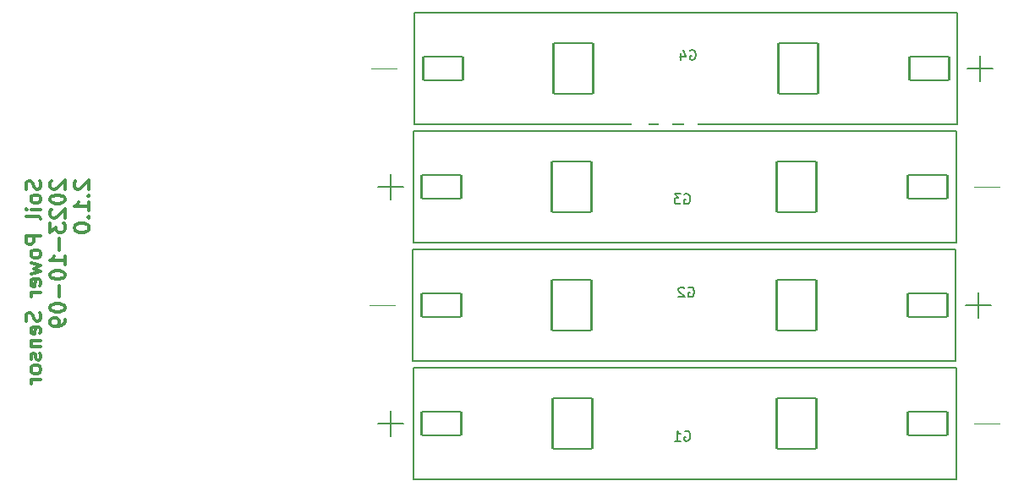
<source format=gbo>
%TF.GenerationSoftware,KiCad,Pcbnew,7.0.8*%
%TF.CreationDate,2023-10-10T13:01:54-07:00*%
%TF.ProjectId,Soil Power Sensor,536f696c-2050-46f7-9765-722053656e73,2.1.0*%
%TF.SameCoordinates,Original*%
%TF.FileFunction,Legend,Bot*%
%TF.FilePolarity,Positive*%
%FSLAX46Y46*%
G04 Gerber Fmt 4.6, Leading zero omitted, Abs format (unit mm)*
G04 Created by KiCad (PCBNEW 7.0.8) date 2023-10-10 13:01:54*
%MOMM*%
%LPD*%
G01*
G04 APERTURE LIST*
G04 Aperture macros list*
%AMRoundRect*
0 Rectangle with rounded corners*
0 $1 Rounding radius*
0 $2 $3 $4 $5 $6 $7 $8 $9 X,Y pos of 4 corners*
0 Add a 4 corners polygon primitive as box body*
4,1,4,$2,$3,$4,$5,$6,$7,$8,$9,$2,$3,0*
0 Add four circle primitives for the rounded corners*
1,1,$1+$1,$2,$3*
1,1,$1+$1,$4,$5*
1,1,$1+$1,$6,$7*
1,1,$1+$1,$8,$9*
0 Add four rect primitives between the rounded corners*
20,1,$1+$1,$2,$3,$4,$5,0*
20,1,$1+$1,$4,$5,$6,$7,0*
20,1,$1+$1,$6,$7,$8,$9,0*
20,1,$1+$1,$8,$9,$2,$3,0*%
G04 Aperture macros list end*
%ADD10C,0.300000*%
%ADD11C,0.150000*%
%ADD12C,0.152400*%
%ADD13C,0.076200*%
%ADD14R,3.000000X1.500000*%
%ADD15O,3.000000X1.500000*%
%ADD16R,1.700000X1.700000*%
%ADD17O,1.700000X1.700000*%
%ADD18R,1.500000X3.000000*%
%ADD19O,1.500000X3.000000*%
%ADD20RoundRect,0.101600X1.981200X1.168400X-1.981200X1.168400X-1.981200X-1.168400X1.981200X-1.168400X0*%
%ADD21RoundRect,0.101600X1.981200X2.540000X-1.981200X2.540000X-1.981200X-2.540000X1.981200X-2.540000X0*%
%ADD22RoundRect,0.101600X-1.981200X-1.168400X1.981200X-1.168400X1.981200X1.168400X-1.981200X1.168400X0*%
%ADD23RoundRect,0.101600X-1.981200X-2.540000X1.981200X-2.540000X1.981200X2.540000X-1.981200X2.540000X0*%
G04 APERTURE END LIST*
D10*
X142609399Y-64608081D02*
X142680827Y-64822367D01*
X142680827Y-64822367D02*
X142680827Y-65179509D01*
X142680827Y-65179509D02*
X142609399Y-65322367D01*
X142609399Y-65322367D02*
X142537970Y-65393795D01*
X142537970Y-65393795D02*
X142395113Y-65465224D01*
X142395113Y-65465224D02*
X142252256Y-65465224D01*
X142252256Y-65465224D02*
X142109399Y-65393795D01*
X142109399Y-65393795D02*
X142037970Y-65322367D01*
X142037970Y-65322367D02*
X141966541Y-65179509D01*
X141966541Y-65179509D02*
X141895113Y-64893795D01*
X141895113Y-64893795D02*
X141823684Y-64750938D01*
X141823684Y-64750938D02*
X141752256Y-64679509D01*
X141752256Y-64679509D02*
X141609399Y-64608081D01*
X141609399Y-64608081D02*
X141466541Y-64608081D01*
X141466541Y-64608081D02*
X141323684Y-64679509D01*
X141323684Y-64679509D02*
X141252256Y-64750938D01*
X141252256Y-64750938D02*
X141180827Y-64893795D01*
X141180827Y-64893795D02*
X141180827Y-65250938D01*
X141180827Y-65250938D02*
X141252256Y-65465224D01*
X142680827Y-66322366D02*
X142609399Y-66179509D01*
X142609399Y-66179509D02*
X142537970Y-66108080D01*
X142537970Y-66108080D02*
X142395113Y-66036652D01*
X142395113Y-66036652D02*
X141966541Y-66036652D01*
X141966541Y-66036652D02*
X141823684Y-66108080D01*
X141823684Y-66108080D02*
X141752256Y-66179509D01*
X141752256Y-66179509D02*
X141680827Y-66322366D01*
X141680827Y-66322366D02*
X141680827Y-66536652D01*
X141680827Y-66536652D02*
X141752256Y-66679509D01*
X141752256Y-66679509D02*
X141823684Y-66750938D01*
X141823684Y-66750938D02*
X141966541Y-66822366D01*
X141966541Y-66822366D02*
X142395113Y-66822366D01*
X142395113Y-66822366D02*
X142537970Y-66750938D01*
X142537970Y-66750938D02*
X142609399Y-66679509D01*
X142609399Y-66679509D02*
X142680827Y-66536652D01*
X142680827Y-66536652D02*
X142680827Y-66322366D01*
X142680827Y-67465223D02*
X141680827Y-67465223D01*
X141180827Y-67465223D02*
X141252256Y-67393795D01*
X141252256Y-67393795D02*
X141323684Y-67465223D01*
X141323684Y-67465223D02*
X141252256Y-67536652D01*
X141252256Y-67536652D02*
X141180827Y-67465223D01*
X141180827Y-67465223D02*
X141323684Y-67465223D01*
X142680827Y-68393795D02*
X142609399Y-68250938D01*
X142609399Y-68250938D02*
X142466541Y-68179509D01*
X142466541Y-68179509D02*
X141180827Y-68179509D01*
X142680827Y-70108080D02*
X141180827Y-70108080D01*
X141180827Y-70108080D02*
X141180827Y-70679509D01*
X141180827Y-70679509D02*
X141252256Y-70822366D01*
X141252256Y-70822366D02*
X141323684Y-70893795D01*
X141323684Y-70893795D02*
X141466541Y-70965223D01*
X141466541Y-70965223D02*
X141680827Y-70965223D01*
X141680827Y-70965223D02*
X141823684Y-70893795D01*
X141823684Y-70893795D02*
X141895113Y-70822366D01*
X141895113Y-70822366D02*
X141966541Y-70679509D01*
X141966541Y-70679509D02*
X141966541Y-70108080D01*
X142680827Y-71822366D02*
X142609399Y-71679509D01*
X142609399Y-71679509D02*
X142537970Y-71608080D01*
X142537970Y-71608080D02*
X142395113Y-71536652D01*
X142395113Y-71536652D02*
X141966541Y-71536652D01*
X141966541Y-71536652D02*
X141823684Y-71608080D01*
X141823684Y-71608080D02*
X141752256Y-71679509D01*
X141752256Y-71679509D02*
X141680827Y-71822366D01*
X141680827Y-71822366D02*
X141680827Y-72036652D01*
X141680827Y-72036652D02*
X141752256Y-72179509D01*
X141752256Y-72179509D02*
X141823684Y-72250938D01*
X141823684Y-72250938D02*
X141966541Y-72322366D01*
X141966541Y-72322366D02*
X142395113Y-72322366D01*
X142395113Y-72322366D02*
X142537970Y-72250938D01*
X142537970Y-72250938D02*
X142609399Y-72179509D01*
X142609399Y-72179509D02*
X142680827Y-72036652D01*
X142680827Y-72036652D02*
X142680827Y-71822366D01*
X141680827Y-72822366D02*
X142680827Y-73108081D01*
X142680827Y-73108081D02*
X141966541Y-73393795D01*
X141966541Y-73393795D02*
X142680827Y-73679509D01*
X142680827Y-73679509D02*
X141680827Y-73965223D01*
X142609399Y-75108081D02*
X142680827Y-74965224D01*
X142680827Y-74965224D02*
X142680827Y-74679510D01*
X142680827Y-74679510D02*
X142609399Y-74536652D01*
X142609399Y-74536652D02*
X142466541Y-74465224D01*
X142466541Y-74465224D02*
X141895113Y-74465224D01*
X141895113Y-74465224D02*
X141752256Y-74536652D01*
X141752256Y-74536652D02*
X141680827Y-74679510D01*
X141680827Y-74679510D02*
X141680827Y-74965224D01*
X141680827Y-74965224D02*
X141752256Y-75108081D01*
X141752256Y-75108081D02*
X141895113Y-75179510D01*
X141895113Y-75179510D02*
X142037970Y-75179510D01*
X142037970Y-75179510D02*
X142180827Y-74465224D01*
X142680827Y-75822366D02*
X141680827Y-75822366D01*
X141966541Y-75822366D02*
X141823684Y-75893795D01*
X141823684Y-75893795D02*
X141752256Y-75965224D01*
X141752256Y-75965224D02*
X141680827Y-76108081D01*
X141680827Y-76108081D02*
X141680827Y-76250938D01*
X142609399Y-77822366D02*
X142680827Y-78036652D01*
X142680827Y-78036652D02*
X142680827Y-78393794D01*
X142680827Y-78393794D02*
X142609399Y-78536652D01*
X142609399Y-78536652D02*
X142537970Y-78608080D01*
X142537970Y-78608080D02*
X142395113Y-78679509D01*
X142395113Y-78679509D02*
X142252256Y-78679509D01*
X142252256Y-78679509D02*
X142109399Y-78608080D01*
X142109399Y-78608080D02*
X142037970Y-78536652D01*
X142037970Y-78536652D02*
X141966541Y-78393794D01*
X141966541Y-78393794D02*
X141895113Y-78108080D01*
X141895113Y-78108080D02*
X141823684Y-77965223D01*
X141823684Y-77965223D02*
X141752256Y-77893794D01*
X141752256Y-77893794D02*
X141609399Y-77822366D01*
X141609399Y-77822366D02*
X141466541Y-77822366D01*
X141466541Y-77822366D02*
X141323684Y-77893794D01*
X141323684Y-77893794D02*
X141252256Y-77965223D01*
X141252256Y-77965223D02*
X141180827Y-78108080D01*
X141180827Y-78108080D02*
X141180827Y-78465223D01*
X141180827Y-78465223D02*
X141252256Y-78679509D01*
X142609399Y-79893794D02*
X142680827Y-79750937D01*
X142680827Y-79750937D02*
X142680827Y-79465223D01*
X142680827Y-79465223D02*
X142609399Y-79322365D01*
X142609399Y-79322365D02*
X142466541Y-79250937D01*
X142466541Y-79250937D02*
X141895113Y-79250937D01*
X141895113Y-79250937D02*
X141752256Y-79322365D01*
X141752256Y-79322365D02*
X141680827Y-79465223D01*
X141680827Y-79465223D02*
X141680827Y-79750937D01*
X141680827Y-79750937D02*
X141752256Y-79893794D01*
X141752256Y-79893794D02*
X141895113Y-79965223D01*
X141895113Y-79965223D02*
X142037970Y-79965223D01*
X142037970Y-79965223D02*
X142180827Y-79250937D01*
X141680827Y-80608079D02*
X142680827Y-80608079D01*
X141823684Y-80608079D02*
X141752256Y-80679508D01*
X141752256Y-80679508D02*
X141680827Y-80822365D01*
X141680827Y-80822365D02*
X141680827Y-81036651D01*
X141680827Y-81036651D02*
X141752256Y-81179508D01*
X141752256Y-81179508D02*
X141895113Y-81250937D01*
X141895113Y-81250937D02*
X142680827Y-81250937D01*
X142609399Y-81893794D02*
X142680827Y-82036651D01*
X142680827Y-82036651D02*
X142680827Y-82322365D01*
X142680827Y-82322365D02*
X142609399Y-82465222D01*
X142609399Y-82465222D02*
X142466541Y-82536651D01*
X142466541Y-82536651D02*
X142395113Y-82536651D01*
X142395113Y-82536651D02*
X142252256Y-82465222D01*
X142252256Y-82465222D02*
X142180827Y-82322365D01*
X142180827Y-82322365D02*
X142180827Y-82108080D01*
X142180827Y-82108080D02*
X142109399Y-81965222D01*
X142109399Y-81965222D02*
X141966541Y-81893794D01*
X141966541Y-81893794D02*
X141895113Y-81893794D01*
X141895113Y-81893794D02*
X141752256Y-81965222D01*
X141752256Y-81965222D02*
X141680827Y-82108080D01*
X141680827Y-82108080D02*
X141680827Y-82322365D01*
X141680827Y-82322365D02*
X141752256Y-82465222D01*
X142680827Y-83393794D02*
X142609399Y-83250937D01*
X142609399Y-83250937D02*
X142537970Y-83179508D01*
X142537970Y-83179508D02*
X142395113Y-83108080D01*
X142395113Y-83108080D02*
X141966541Y-83108080D01*
X141966541Y-83108080D02*
X141823684Y-83179508D01*
X141823684Y-83179508D02*
X141752256Y-83250937D01*
X141752256Y-83250937D02*
X141680827Y-83393794D01*
X141680827Y-83393794D02*
X141680827Y-83608080D01*
X141680827Y-83608080D02*
X141752256Y-83750937D01*
X141752256Y-83750937D02*
X141823684Y-83822366D01*
X141823684Y-83822366D02*
X141966541Y-83893794D01*
X141966541Y-83893794D02*
X142395113Y-83893794D01*
X142395113Y-83893794D02*
X142537970Y-83822366D01*
X142537970Y-83822366D02*
X142609399Y-83750937D01*
X142609399Y-83750937D02*
X142680827Y-83608080D01*
X142680827Y-83608080D02*
X142680827Y-83393794D01*
X142680827Y-84536651D02*
X141680827Y-84536651D01*
X141966541Y-84536651D02*
X141823684Y-84608080D01*
X141823684Y-84608080D02*
X141752256Y-84679509D01*
X141752256Y-84679509D02*
X141680827Y-84822366D01*
X141680827Y-84822366D02*
X141680827Y-84965223D01*
X143738684Y-64608081D02*
X143667256Y-64679509D01*
X143667256Y-64679509D02*
X143595827Y-64822367D01*
X143595827Y-64822367D02*
X143595827Y-65179509D01*
X143595827Y-65179509D02*
X143667256Y-65322367D01*
X143667256Y-65322367D02*
X143738684Y-65393795D01*
X143738684Y-65393795D02*
X143881541Y-65465224D01*
X143881541Y-65465224D02*
X144024399Y-65465224D01*
X144024399Y-65465224D02*
X144238684Y-65393795D01*
X144238684Y-65393795D02*
X145095827Y-64536652D01*
X145095827Y-64536652D02*
X145095827Y-65465224D01*
X143595827Y-66393795D02*
X143595827Y-66536652D01*
X143595827Y-66536652D02*
X143667256Y-66679509D01*
X143667256Y-66679509D02*
X143738684Y-66750938D01*
X143738684Y-66750938D02*
X143881541Y-66822366D01*
X143881541Y-66822366D02*
X144167256Y-66893795D01*
X144167256Y-66893795D02*
X144524399Y-66893795D01*
X144524399Y-66893795D02*
X144810113Y-66822366D01*
X144810113Y-66822366D02*
X144952970Y-66750938D01*
X144952970Y-66750938D02*
X145024399Y-66679509D01*
X145024399Y-66679509D02*
X145095827Y-66536652D01*
X145095827Y-66536652D02*
X145095827Y-66393795D01*
X145095827Y-66393795D02*
X145024399Y-66250938D01*
X145024399Y-66250938D02*
X144952970Y-66179509D01*
X144952970Y-66179509D02*
X144810113Y-66108080D01*
X144810113Y-66108080D02*
X144524399Y-66036652D01*
X144524399Y-66036652D02*
X144167256Y-66036652D01*
X144167256Y-66036652D02*
X143881541Y-66108080D01*
X143881541Y-66108080D02*
X143738684Y-66179509D01*
X143738684Y-66179509D02*
X143667256Y-66250938D01*
X143667256Y-66250938D02*
X143595827Y-66393795D01*
X143738684Y-67465223D02*
X143667256Y-67536651D01*
X143667256Y-67536651D02*
X143595827Y-67679509D01*
X143595827Y-67679509D02*
X143595827Y-68036651D01*
X143595827Y-68036651D02*
X143667256Y-68179509D01*
X143667256Y-68179509D02*
X143738684Y-68250937D01*
X143738684Y-68250937D02*
X143881541Y-68322366D01*
X143881541Y-68322366D02*
X144024399Y-68322366D01*
X144024399Y-68322366D02*
X144238684Y-68250937D01*
X144238684Y-68250937D02*
X145095827Y-67393794D01*
X145095827Y-67393794D02*
X145095827Y-68322366D01*
X143595827Y-68822365D02*
X143595827Y-69750937D01*
X143595827Y-69750937D02*
X144167256Y-69250937D01*
X144167256Y-69250937D02*
X144167256Y-69465222D01*
X144167256Y-69465222D02*
X144238684Y-69608080D01*
X144238684Y-69608080D02*
X144310113Y-69679508D01*
X144310113Y-69679508D02*
X144452970Y-69750937D01*
X144452970Y-69750937D02*
X144810113Y-69750937D01*
X144810113Y-69750937D02*
X144952970Y-69679508D01*
X144952970Y-69679508D02*
X145024399Y-69608080D01*
X145024399Y-69608080D02*
X145095827Y-69465222D01*
X145095827Y-69465222D02*
X145095827Y-69036651D01*
X145095827Y-69036651D02*
X145024399Y-68893794D01*
X145024399Y-68893794D02*
X144952970Y-68822365D01*
X144524399Y-70393793D02*
X144524399Y-71536651D01*
X145095827Y-73036651D02*
X145095827Y-72179508D01*
X145095827Y-72608079D02*
X143595827Y-72608079D01*
X143595827Y-72608079D02*
X143810113Y-72465222D01*
X143810113Y-72465222D02*
X143952970Y-72322365D01*
X143952970Y-72322365D02*
X144024399Y-72179508D01*
X143595827Y-73965222D02*
X143595827Y-74108079D01*
X143595827Y-74108079D02*
X143667256Y-74250936D01*
X143667256Y-74250936D02*
X143738684Y-74322365D01*
X143738684Y-74322365D02*
X143881541Y-74393793D01*
X143881541Y-74393793D02*
X144167256Y-74465222D01*
X144167256Y-74465222D02*
X144524399Y-74465222D01*
X144524399Y-74465222D02*
X144810113Y-74393793D01*
X144810113Y-74393793D02*
X144952970Y-74322365D01*
X144952970Y-74322365D02*
X145024399Y-74250936D01*
X145024399Y-74250936D02*
X145095827Y-74108079D01*
X145095827Y-74108079D02*
X145095827Y-73965222D01*
X145095827Y-73965222D02*
X145024399Y-73822365D01*
X145024399Y-73822365D02*
X144952970Y-73750936D01*
X144952970Y-73750936D02*
X144810113Y-73679507D01*
X144810113Y-73679507D02*
X144524399Y-73608079D01*
X144524399Y-73608079D02*
X144167256Y-73608079D01*
X144167256Y-73608079D02*
X143881541Y-73679507D01*
X143881541Y-73679507D02*
X143738684Y-73750936D01*
X143738684Y-73750936D02*
X143667256Y-73822365D01*
X143667256Y-73822365D02*
X143595827Y-73965222D01*
X144524399Y-75108078D02*
X144524399Y-76250936D01*
X143595827Y-77250936D02*
X143595827Y-77393793D01*
X143595827Y-77393793D02*
X143667256Y-77536650D01*
X143667256Y-77536650D02*
X143738684Y-77608079D01*
X143738684Y-77608079D02*
X143881541Y-77679507D01*
X143881541Y-77679507D02*
X144167256Y-77750936D01*
X144167256Y-77750936D02*
X144524399Y-77750936D01*
X144524399Y-77750936D02*
X144810113Y-77679507D01*
X144810113Y-77679507D02*
X144952970Y-77608079D01*
X144952970Y-77608079D02*
X145024399Y-77536650D01*
X145024399Y-77536650D02*
X145095827Y-77393793D01*
X145095827Y-77393793D02*
X145095827Y-77250936D01*
X145095827Y-77250936D02*
X145024399Y-77108079D01*
X145024399Y-77108079D02*
X144952970Y-77036650D01*
X144952970Y-77036650D02*
X144810113Y-76965221D01*
X144810113Y-76965221D02*
X144524399Y-76893793D01*
X144524399Y-76893793D02*
X144167256Y-76893793D01*
X144167256Y-76893793D02*
X143881541Y-76965221D01*
X143881541Y-76965221D02*
X143738684Y-77036650D01*
X143738684Y-77036650D02*
X143667256Y-77108079D01*
X143667256Y-77108079D02*
X143595827Y-77250936D01*
X145095827Y-78465221D02*
X145095827Y-78750935D01*
X145095827Y-78750935D02*
X145024399Y-78893792D01*
X145024399Y-78893792D02*
X144952970Y-78965221D01*
X144952970Y-78965221D02*
X144738684Y-79108078D01*
X144738684Y-79108078D02*
X144452970Y-79179507D01*
X144452970Y-79179507D02*
X143881541Y-79179507D01*
X143881541Y-79179507D02*
X143738684Y-79108078D01*
X143738684Y-79108078D02*
X143667256Y-79036650D01*
X143667256Y-79036650D02*
X143595827Y-78893792D01*
X143595827Y-78893792D02*
X143595827Y-78608078D01*
X143595827Y-78608078D02*
X143667256Y-78465221D01*
X143667256Y-78465221D02*
X143738684Y-78393792D01*
X143738684Y-78393792D02*
X143881541Y-78322364D01*
X143881541Y-78322364D02*
X144238684Y-78322364D01*
X144238684Y-78322364D02*
X144381541Y-78393792D01*
X144381541Y-78393792D02*
X144452970Y-78465221D01*
X144452970Y-78465221D02*
X144524399Y-78608078D01*
X144524399Y-78608078D02*
X144524399Y-78893792D01*
X144524399Y-78893792D02*
X144452970Y-79036650D01*
X144452970Y-79036650D02*
X144381541Y-79108078D01*
X144381541Y-79108078D02*
X144238684Y-79179507D01*
X146153684Y-64608081D02*
X146082256Y-64679509D01*
X146082256Y-64679509D02*
X146010827Y-64822367D01*
X146010827Y-64822367D02*
X146010827Y-65179509D01*
X146010827Y-65179509D02*
X146082256Y-65322367D01*
X146082256Y-65322367D02*
X146153684Y-65393795D01*
X146153684Y-65393795D02*
X146296541Y-65465224D01*
X146296541Y-65465224D02*
X146439399Y-65465224D01*
X146439399Y-65465224D02*
X146653684Y-65393795D01*
X146653684Y-65393795D02*
X147510827Y-64536652D01*
X147510827Y-64536652D02*
X147510827Y-65465224D01*
X147367970Y-66108080D02*
X147439399Y-66179509D01*
X147439399Y-66179509D02*
X147510827Y-66108080D01*
X147510827Y-66108080D02*
X147439399Y-66036652D01*
X147439399Y-66036652D02*
X147367970Y-66108080D01*
X147367970Y-66108080D02*
X147510827Y-66108080D01*
X147510827Y-67608081D02*
X147510827Y-66750938D01*
X147510827Y-67179509D02*
X146010827Y-67179509D01*
X146010827Y-67179509D02*
X146225113Y-67036652D01*
X146225113Y-67036652D02*
X146367970Y-66893795D01*
X146367970Y-66893795D02*
X146439399Y-66750938D01*
X147367970Y-68250937D02*
X147439399Y-68322366D01*
X147439399Y-68322366D02*
X147510827Y-68250937D01*
X147510827Y-68250937D02*
X147439399Y-68179509D01*
X147439399Y-68179509D02*
X147367970Y-68250937D01*
X147367970Y-68250937D02*
X147510827Y-68250937D01*
X146010827Y-69250938D02*
X146010827Y-69393795D01*
X146010827Y-69393795D02*
X146082256Y-69536652D01*
X146082256Y-69536652D02*
X146153684Y-69608081D01*
X146153684Y-69608081D02*
X146296541Y-69679509D01*
X146296541Y-69679509D02*
X146582256Y-69750938D01*
X146582256Y-69750938D02*
X146939399Y-69750938D01*
X146939399Y-69750938D02*
X147225113Y-69679509D01*
X147225113Y-69679509D02*
X147367970Y-69608081D01*
X147367970Y-69608081D02*
X147439399Y-69536652D01*
X147439399Y-69536652D02*
X147510827Y-69393795D01*
X147510827Y-69393795D02*
X147510827Y-69250938D01*
X147510827Y-69250938D02*
X147439399Y-69108081D01*
X147439399Y-69108081D02*
X147367970Y-69036652D01*
X147367970Y-69036652D02*
X147225113Y-68965223D01*
X147225113Y-68965223D02*
X146939399Y-68893795D01*
X146939399Y-68893795D02*
X146582256Y-68893795D01*
X146582256Y-68893795D02*
X146296541Y-68965223D01*
X146296541Y-68965223D02*
X146153684Y-69036652D01*
X146153684Y-69036652D02*
X146082256Y-69108081D01*
X146082256Y-69108081D02*
X146010827Y-69250938D01*
D11*
X207529085Y-75301298D02*
X207624323Y-75253679D01*
X207624323Y-75253679D02*
X207767180Y-75253679D01*
X207767180Y-75253679D02*
X207910037Y-75301298D01*
X207910037Y-75301298D02*
X208005275Y-75396536D01*
X208005275Y-75396536D02*
X208052894Y-75491774D01*
X208052894Y-75491774D02*
X208100513Y-75682250D01*
X208100513Y-75682250D02*
X208100513Y-75825107D01*
X208100513Y-75825107D02*
X208052894Y-76015583D01*
X208052894Y-76015583D02*
X208005275Y-76110821D01*
X208005275Y-76110821D02*
X207910037Y-76206060D01*
X207910037Y-76206060D02*
X207767180Y-76253679D01*
X207767180Y-76253679D02*
X207671942Y-76253679D01*
X207671942Y-76253679D02*
X207529085Y-76206060D01*
X207529085Y-76206060D02*
X207481466Y-76158440D01*
X207481466Y-76158440D02*
X207481466Y-75825107D01*
X207481466Y-75825107D02*
X207671942Y-75825107D01*
X207100513Y-75348917D02*
X207052894Y-75301298D01*
X207052894Y-75301298D02*
X206957656Y-75253679D01*
X206957656Y-75253679D02*
X206719561Y-75253679D01*
X206719561Y-75253679D02*
X206624323Y-75301298D01*
X206624323Y-75301298D02*
X206576704Y-75348917D01*
X206576704Y-75348917D02*
X206529085Y-75444155D01*
X206529085Y-75444155D02*
X206529085Y-75539393D01*
X206529085Y-75539393D02*
X206576704Y-75682250D01*
X206576704Y-75682250D02*
X207148132Y-76253679D01*
X207148132Y-76253679D02*
X206529085Y-76253679D01*
X207681954Y-51560311D02*
X207777192Y-51512692D01*
X207777192Y-51512692D02*
X207920049Y-51512692D01*
X207920049Y-51512692D02*
X208062906Y-51560311D01*
X208062906Y-51560311D02*
X208158144Y-51655549D01*
X208158144Y-51655549D02*
X208205763Y-51750787D01*
X208205763Y-51750787D02*
X208253382Y-51941263D01*
X208253382Y-51941263D02*
X208253382Y-52084120D01*
X208253382Y-52084120D02*
X208205763Y-52274596D01*
X208205763Y-52274596D02*
X208158144Y-52369834D01*
X208158144Y-52369834D02*
X208062906Y-52465073D01*
X208062906Y-52465073D02*
X207920049Y-52512692D01*
X207920049Y-52512692D02*
X207824811Y-52512692D01*
X207824811Y-52512692D02*
X207681954Y-52465073D01*
X207681954Y-52465073D02*
X207634335Y-52417453D01*
X207634335Y-52417453D02*
X207634335Y-52084120D01*
X207634335Y-52084120D02*
X207824811Y-52084120D01*
X206777192Y-51846025D02*
X206777192Y-52512692D01*
X207015287Y-51465073D02*
X207253382Y-52179358D01*
X207253382Y-52179358D02*
X206634335Y-52179358D01*
X207135167Y-89711791D02*
X207230405Y-89664172D01*
X207230405Y-89664172D02*
X207373262Y-89664172D01*
X207373262Y-89664172D02*
X207516119Y-89711791D01*
X207516119Y-89711791D02*
X207611357Y-89807029D01*
X207611357Y-89807029D02*
X207658976Y-89902267D01*
X207658976Y-89902267D02*
X207706595Y-90092743D01*
X207706595Y-90092743D02*
X207706595Y-90235600D01*
X207706595Y-90235600D02*
X207658976Y-90426076D01*
X207658976Y-90426076D02*
X207611357Y-90521314D01*
X207611357Y-90521314D02*
X207516119Y-90616553D01*
X207516119Y-90616553D02*
X207373262Y-90664172D01*
X207373262Y-90664172D02*
X207278024Y-90664172D01*
X207278024Y-90664172D02*
X207135167Y-90616553D01*
X207135167Y-90616553D02*
X207087548Y-90568933D01*
X207087548Y-90568933D02*
X207087548Y-90235600D01*
X207087548Y-90235600D02*
X207278024Y-90235600D01*
X206135167Y-90664172D02*
X206706595Y-90664172D01*
X206420881Y-90664172D02*
X206420881Y-89664172D01*
X206420881Y-89664172D02*
X206516119Y-89807029D01*
X206516119Y-89807029D02*
X206611357Y-89902267D01*
X206611357Y-89902267D02*
X206706595Y-89949886D01*
X207122685Y-65970805D02*
X207217923Y-65923186D01*
X207217923Y-65923186D02*
X207360780Y-65923186D01*
X207360780Y-65923186D02*
X207503637Y-65970805D01*
X207503637Y-65970805D02*
X207598875Y-66066043D01*
X207598875Y-66066043D02*
X207646494Y-66161281D01*
X207646494Y-66161281D02*
X207694113Y-66351757D01*
X207694113Y-66351757D02*
X207694113Y-66494614D01*
X207694113Y-66494614D02*
X207646494Y-66685090D01*
X207646494Y-66685090D02*
X207598875Y-66780328D01*
X207598875Y-66780328D02*
X207503637Y-66875567D01*
X207503637Y-66875567D02*
X207360780Y-66923186D01*
X207360780Y-66923186D02*
X207265542Y-66923186D01*
X207265542Y-66923186D02*
X207122685Y-66875567D01*
X207122685Y-66875567D02*
X207075066Y-66827947D01*
X207075066Y-66827947D02*
X207075066Y-66494614D01*
X207075066Y-66494614D02*
X207265542Y-66494614D01*
X206741732Y-65923186D02*
X206122685Y-65923186D01*
X206122685Y-65923186D02*
X206456018Y-66304138D01*
X206456018Y-66304138D02*
X206313161Y-66304138D01*
X206313161Y-66304138D02*
X206217923Y-66351757D01*
X206217923Y-66351757D02*
X206170304Y-66399376D01*
X206170304Y-66399376D02*
X206122685Y-66494614D01*
X206122685Y-66494614D02*
X206122685Y-66732709D01*
X206122685Y-66732709D02*
X206170304Y-66827947D01*
X206170304Y-66827947D02*
X206217923Y-66875567D01*
X206217923Y-66875567D02*
X206313161Y-66923186D01*
X206313161Y-66923186D02*
X206598875Y-66923186D01*
X206598875Y-66923186D02*
X206694113Y-66875567D01*
X206694113Y-66875567D02*
X206741732Y-66827947D01*
D12*
%TO.C,G2*%
X237794800Y-77068860D02*
X235254800Y-77068860D01*
X236524800Y-75798860D02*
X236524800Y-78338860D01*
X234238800Y-82656860D02*
X179882800Y-82656860D01*
X234238800Y-71480860D02*
X234238800Y-82656860D01*
X179882800Y-82656860D02*
X179882800Y-71480860D01*
X179882800Y-71480860D02*
X234238800Y-71480860D01*
D13*
X178104800Y-77068860D02*
X175564800Y-77068860D01*
D12*
%TO.C,G4*%
X237947669Y-53327873D02*
X235407669Y-53327873D01*
X236677669Y-52057873D02*
X236677669Y-54597873D01*
X234391669Y-58915873D02*
X180035669Y-58915873D01*
X234391669Y-47739873D02*
X234391669Y-58915873D01*
X180035669Y-58915873D02*
X180035669Y-47739873D01*
X180035669Y-47739873D02*
X234391669Y-47739873D01*
D13*
X178257669Y-53327873D02*
X175717669Y-53327873D01*
D12*
%TO.C,G1*%
X176440882Y-88939353D02*
X178980882Y-88939353D01*
X177710882Y-90209353D02*
X177710882Y-87669353D01*
X179996882Y-83351353D02*
X234352882Y-83351353D01*
X179996882Y-94527353D02*
X179996882Y-83351353D01*
X234352882Y-83351353D02*
X234352882Y-94527353D01*
X234352882Y-94527353D02*
X179996882Y-94527353D01*
D13*
X236130882Y-88939353D02*
X238670882Y-88939353D01*
D12*
%TO.C,G3*%
X176428400Y-65198367D02*
X178968400Y-65198367D01*
X177698400Y-66468367D02*
X177698400Y-63928367D01*
X179984400Y-59610367D02*
X234340400Y-59610367D01*
X179984400Y-70786367D02*
X179984400Y-59610367D01*
X234340400Y-59610367D02*
X234340400Y-70786367D01*
X234340400Y-70786367D02*
X179984400Y-70786367D01*
D13*
X236118400Y-65198367D02*
X238658400Y-65198367D01*
%TD*%
%LPC*%
D14*
%TO.C,J3*%
X134620000Y-82550000D03*
D15*
X134620000Y-87550000D03*
%TD*%
D16*
%TO.C,J9*%
X158750000Y-90170000D03*
D17*
X156210000Y-90170000D03*
%TD*%
D16*
%TO.C,U10*%
X146045000Y-82565000D03*
D17*
X148585000Y-82565000D03*
X146045000Y-85105000D03*
X148585000Y-85105000D03*
X146045000Y-87645000D03*
X148585000Y-87645000D03*
%TD*%
D16*
%TO.C,J10*%
X158750000Y-83820000D03*
D17*
X156210000Y-83820000D03*
%TD*%
D14*
%TO.C,J2*%
X134620000Y-53340000D03*
D15*
X134620000Y-58340000D03*
%TD*%
D18*
%TO.C,J8*%
X177640000Y-55880000D03*
D19*
X172640000Y-55880000D03*
X167640000Y-55880000D03*
%TD*%
D14*
%TO.C,J1*%
X134620000Y-67310000D03*
D15*
X134620000Y-72310000D03*
%TD*%
D16*
%TO.C,J7*%
X202692000Y-58420000D03*
D17*
X205232000Y-58420000D03*
X207772000Y-58420000D03*
%TD*%
D20*
%TO.C,G2*%
X231444800Y-77068860D03*
D21*
X218363800Y-77068860D03*
X195859400Y-77068860D03*
D20*
X182778400Y-77068860D03*
%TD*%
%TO.C,G4*%
X231597669Y-53327873D03*
D21*
X218516669Y-53327873D03*
X196012269Y-53327873D03*
D20*
X182931269Y-53327873D03*
%TD*%
D22*
%TO.C,G1*%
X182790882Y-88939353D03*
D23*
X195871882Y-88939353D03*
X218376282Y-88939353D03*
D22*
X231457282Y-88939353D03*
%TD*%
%TO.C,G3*%
X182778400Y-65198367D03*
D23*
X195859400Y-65198367D03*
X218363800Y-65198367D03*
D22*
X231444800Y-65198367D03*
%TD*%
%LPD*%
M02*

</source>
